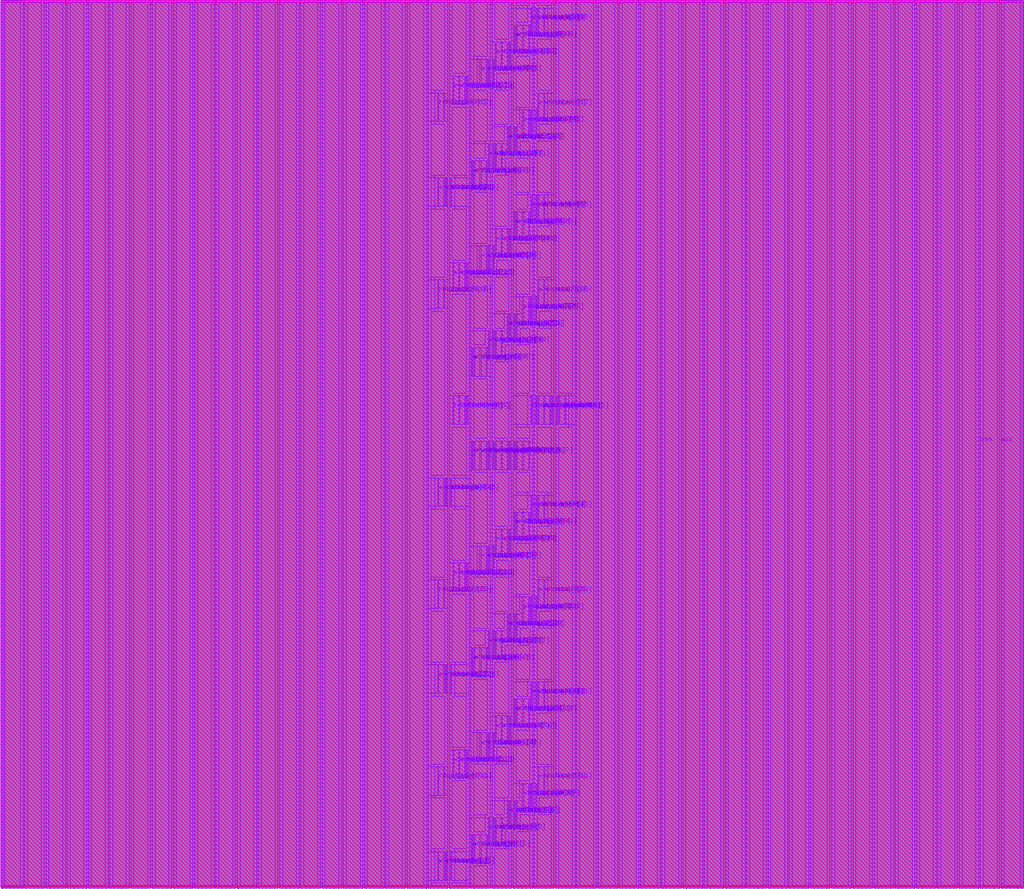
<source format=lef>
VERSION 5.8 ;
BUSBITCHARS "[]" ;
DIVIDERCHAR "/" ;

UNITS
  DATABASE MICRONS 4000 ;
END UNITS

PROPERTYDEFINITIONS
  MACRO hpml_layer STRING ;
  MACRO heml_layer STRING ;
END PROPERTYDEFINITIONS

MACRO arf086b256e1r1w0cbbeheaa4acw
  CLASS BLOCK ;
  FOREIGN arf086b256e1r1w0cbbeheaa4acw ;
  ORIGIN 0 0 ;
  SIZE 43.2 BY 37.44 ;
  PIN ckrdp0
    DIRECTION INPUT ;
    USE SIGNAL ;
    PORT
      LAYER m7 ;
        RECT 22.372 19.56 22.416 20.76 ;
    END
  END ckrdp0
  PIN ckwrp0
    DIRECTION INPUT ;
    USE SIGNAL ;
    PORT
      LAYER m7 ;
        RECT 19.884 17.64 19.928 18.84 ;
    END
  END ckwrp0
  PIN rdaddrp0[0]
    DIRECTION INPUT ;
    USE SIGNAL ;
    PORT
      LAYER m7 ;
        RECT 23.272 19.56 23.316 20.76 ;
    END
  END rdaddrp0[0]
  PIN rdaddrp0[1]
    DIRECTION INPUT ;
    USE SIGNAL ;
    PORT
      LAYER m7 ;
        RECT 23.484 19.56 23.528 20.76 ;
    END
  END rdaddrp0[1]
  PIN rdaddrp0[2]
    DIRECTION INPUT ;
    USE SIGNAL ;
    PORT
      LAYER m7 ;
        RECT 23.572 19.56 23.616 20.76 ;
    END
  END rdaddrp0[2]
  PIN rdaddrp0[3]
    DIRECTION INPUT ;
    USE SIGNAL ;
    PORT
      LAYER m7 ;
        RECT 23.828 19.56 23.872 20.76 ;
    END
  END rdaddrp0[3]
  PIN rdaddrp0[4]
    DIRECTION INPUT ;
    USE SIGNAL ;
    PORT
      LAYER m7 ;
        RECT 19.072 19.56 19.116 20.76 ;
    END
  END rdaddrp0[4]
  PIN rdaddrp0[5]
    DIRECTION INPUT ;
    USE SIGNAL ;
    PORT
      LAYER m7 ;
        RECT 19.328 19.56 19.372 20.76 ;
    END
  END rdaddrp0[5]
  PIN rdaddrp0[6]
    DIRECTION INPUT ;
    USE SIGNAL ;
    PORT
      LAYER m7 ;
        RECT 19.584 19.56 19.628 20.76 ;
    END
  END rdaddrp0[6]
  PIN rdaddrp0[7]
    DIRECTION INPUT ;
    USE SIGNAL ;
    PORT
      LAYER m7 ;
        RECT 19.672 19.56 19.716 20.76 ;
    END
  END rdaddrp0[7]
  PIN rdaddrp0_fd
    DIRECTION INPUT ;
    USE SIGNAL ;
    PORT
      LAYER m7 ;
        RECT 22.584 19.56 22.628 20.76 ;
    END
  END rdaddrp0_fd
  PIN rdaddrp0_rd
    DIRECTION INPUT ;
    USE SIGNAL ;
    PORT
      LAYER m7 ;
        RECT 22.672 19.56 22.716 20.76 ;
    END
  END rdaddrp0_rd
  PIN rdenp0
    DIRECTION INPUT ;
    USE SIGNAL ;
    PORT
      LAYER m7 ;
        RECT 22.928 19.56 22.972 20.76 ;
    END
  END rdenp0
  PIN sdl_initp0
    DIRECTION INPUT ;
    USE SIGNAL ;
    PORT
      LAYER m7 ;
        RECT 23.184 19.56 23.228 20.76 ;
    END
  END sdl_initp0
  PIN wraddrp0[0]
    DIRECTION INPUT ;
    USE SIGNAL ;
    PORT
      LAYER m7 ;
        RECT 20.872 17.64 20.916 18.84 ;
    END
  END wraddrp0[0]
  PIN wraddrp0[1]
    DIRECTION INPUT ;
    USE SIGNAL ;
    PORT
      LAYER m7 ;
        RECT 21.128 17.64 21.172 18.84 ;
    END
  END wraddrp0[1]
  PIN wraddrp0[2]
    DIRECTION INPUT ;
    USE SIGNAL ;
    PORT
      LAYER m7 ;
        RECT 21.384 17.64 21.428 18.84 ;
    END
  END wraddrp0[2]
  PIN wraddrp0[3]
    DIRECTION INPUT ;
    USE SIGNAL ;
    PORT
      LAYER m7 ;
        RECT 21.472 17.64 21.516 18.84 ;
    END
  END wraddrp0[3]
  PIN wraddrp0[4]
    DIRECTION INPUT ;
    USE SIGNAL ;
    PORT
      LAYER m7 ;
        RECT 21.684 17.64 21.728 18.84 ;
    END
  END wraddrp0[4]
  PIN wraddrp0[5]
    DIRECTION INPUT ;
    USE SIGNAL ;
    PORT
      LAYER m7 ;
        RECT 21.772 17.64 21.816 18.84 ;
    END
  END wraddrp0[5]
  PIN wraddrp0[6]
    DIRECTION INPUT ;
    USE SIGNAL ;
    PORT
      LAYER m7 ;
        RECT 22.028 17.64 22.072 18.84 ;
    END
  END wraddrp0[6]
  PIN wraddrp0[7]
    DIRECTION INPUT ;
    USE SIGNAL ;
    PORT
      LAYER m7 ;
        RECT 22.284 17.64 22.328 18.84 ;
    END
  END wraddrp0[7]
  PIN wraddrp0_fd
    DIRECTION INPUT ;
    USE SIGNAL ;
    PORT
      LAYER m7 ;
        RECT 19.972 17.64 20.016 18.84 ;
    END
  END wraddrp0_fd
  PIN wraddrp0_rd
    DIRECTION INPUT ;
    USE SIGNAL ;
    PORT
      LAYER m7 ;
        RECT 20.228 17.64 20.272 18.84 ;
    END
  END wraddrp0_rd
  PIN wrdatap0[0]
    DIRECTION INPUT ;
    USE SIGNAL ;
    PORT
      LAYER m7 ;
        RECT 18.428 0.24 18.472 1.44 ;
    END
  END wrdatap0[0]
  PIN wrdatap0[10]
    DIRECTION INPUT ;
    USE SIGNAL ;
    PORT
      LAYER m7 ;
        RECT 22.672 3.84 22.716 5.04 ;
    END
  END wrdatap0[10]
  PIN wrdatap0[11]
    DIRECTION INPUT ;
    USE SIGNAL ;
    PORT
      LAYER m7 ;
        RECT 22.928 3.84 22.972 5.04 ;
    END
  END wrdatap0[11]
  PIN wrdatap0[12]
    DIRECTION INPUT ;
    USE SIGNAL ;
    PORT
      LAYER m7 ;
        RECT 19.072 4.56 19.116 5.76 ;
    END
  END wrdatap0[12]
  PIN wrdatap0[13]
    DIRECTION INPUT ;
    USE SIGNAL ;
    PORT
      LAYER m7 ;
        RECT 19.328 4.56 19.372 5.76 ;
    END
  END wrdatap0[13]
  PIN wrdatap0[14]
    DIRECTION INPUT ;
    USE SIGNAL ;
    PORT
      LAYER m7 ;
        RECT 20.228 5.28 20.272 6.48 ;
    END
  END wrdatap0[14]
  PIN wrdatap0[15]
    DIRECTION INPUT ;
    USE SIGNAL ;
    PORT
      LAYER m7 ;
        RECT 20.484 5.28 20.528 6.48 ;
    END
  END wrdatap0[15]
  PIN wrdatap0[16]
    DIRECTION INPUT ;
    USE SIGNAL ;
    PORT
      LAYER m7 ;
        RECT 20.872 6 20.916 7.2 ;
    END
  END wrdatap0[16]
  PIN wrdatap0[17]
    DIRECTION INPUT ;
    USE SIGNAL ;
    PORT
      LAYER m7 ;
        RECT 21.128 6 21.172 7.2 ;
    END
  END wrdatap0[17]
  PIN wrdatap0[18]
    DIRECTION INPUT ;
    USE SIGNAL ;
    PORT
      LAYER m7 ;
        RECT 21.684 6.72 21.728 7.92 ;
    END
  END wrdatap0[18]
  PIN wrdatap0[19]
    DIRECTION INPUT ;
    USE SIGNAL ;
    PORT
      LAYER m7 ;
        RECT 21.772 6.72 21.816 7.92 ;
    END
  END wrdatap0[19]
  PIN wrdatap0[1]
    DIRECTION INPUT ;
    USE SIGNAL ;
    PORT
      LAYER m7 ;
        RECT 18.684 0.24 18.728 1.44 ;
    END
  END wrdatap0[1]
  PIN wrdatap0[20]
    DIRECTION INPUT ;
    USE SIGNAL ;
    PORT
      LAYER m7 ;
        RECT 22.372 7.44 22.416 8.64 ;
    END
  END wrdatap0[20]
  PIN wrdatap0[21]
    DIRECTION INPUT ;
    USE SIGNAL ;
    PORT
      LAYER m7 ;
        RECT 22.584 7.44 22.628 8.64 ;
    END
  END wrdatap0[21]
  PIN wrdatap0[22]
    DIRECTION INPUT ;
    USE SIGNAL ;
    PORT
      LAYER m7 ;
        RECT 18.428 8.16 18.472 9.36 ;
    END
  END wrdatap0[22]
  PIN wrdatap0[23]
    DIRECTION INPUT ;
    USE SIGNAL ;
    PORT
      LAYER m7 ;
        RECT 18.684 8.16 18.728 9.36 ;
    END
  END wrdatap0[23]
  PIN wrdatap0[24]
    DIRECTION INPUT ;
    USE SIGNAL ;
    PORT
      LAYER m7 ;
        RECT 19.884 8.88 19.928 10.08 ;
    END
  END wrdatap0[24]
  PIN wrdatap0[25]
    DIRECTION INPUT ;
    USE SIGNAL ;
    PORT
      LAYER m7 ;
        RECT 19.972 8.88 20.016 10.08 ;
    END
  END wrdatap0[25]
  PIN wrdatap0[26]
    DIRECTION INPUT ;
    USE SIGNAL ;
    PORT
      LAYER m7 ;
        RECT 20.572 9.6 20.616 10.8 ;
    END
  END wrdatap0[26]
  PIN wrdatap0[27]
    DIRECTION INPUT ;
    USE SIGNAL ;
    PORT
      LAYER m7 ;
        RECT 20.784 9.6 20.828 10.8 ;
    END
  END wrdatap0[27]
  PIN wrdatap0[28]
    DIRECTION INPUT ;
    USE SIGNAL ;
    PORT
      LAYER m7 ;
        RECT 21.384 10.32 21.428 11.52 ;
    END
  END wrdatap0[28]
  PIN wrdatap0[29]
    DIRECTION INPUT ;
    USE SIGNAL ;
    PORT
      LAYER m7 ;
        RECT 21.472 10.32 21.516 11.52 ;
    END
  END wrdatap0[29]
  PIN wrdatap0[2]
    DIRECTION INPUT ;
    USE SIGNAL ;
    PORT
      LAYER m7 ;
        RECT 19.884 0.96 19.928 2.16 ;
    END
  END wrdatap0[2]
  PIN wrdatap0[30]
    DIRECTION INPUT ;
    USE SIGNAL ;
    PORT
      LAYER m7 ;
        RECT 22.028 11.04 22.072 12.24 ;
    END
  END wrdatap0[30]
  PIN wrdatap0[31]
    DIRECTION INPUT ;
    USE SIGNAL ;
    PORT
      LAYER m7 ;
        RECT 22.284 11.04 22.328 12.24 ;
    END
  END wrdatap0[31]
  PIN wrdatap0[32]
    DIRECTION INPUT ;
    USE SIGNAL ;
    PORT
      LAYER m7 ;
        RECT 22.672 11.76 22.716 12.96 ;
    END
  END wrdatap0[32]
  PIN wrdatap0[33]
    DIRECTION INPUT ;
    USE SIGNAL ;
    PORT
      LAYER m7 ;
        RECT 22.928 11.76 22.972 12.96 ;
    END
  END wrdatap0[33]
  PIN wrdatap0[34]
    DIRECTION INPUT ;
    USE SIGNAL ;
    PORT
      LAYER m7 ;
        RECT 19.072 12.48 19.116 13.68 ;
    END
  END wrdatap0[34]
  PIN wrdatap0[35]
    DIRECTION INPUT ;
    USE SIGNAL ;
    PORT
      LAYER m7 ;
        RECT 19.328 12.48 19.372 13.68 ;
    END
  END wrdatap0[35]
  PIN wrdatap0[36]
    DIRECTION INPUT ;
    USE SIGNAL ;
    PORT
      LAYER m7 ;
        RECT 20.228 13.2 20.272 14.4 ;
    END
  END wrdatap0[36]
  PIN wrdatap0[37]
    DIRECTION INPUT ;
    USE SIGNAL ;
    PORT
      LAYER m7 ;
        RECT 20.484 13.2 20.528 14.4 ;
    END
  END wrdatap0[37]
  PIN wrdatap0[38]
    DIRECTION INPUT ;
    USE SIGNAL ;
    PORT
      LAYER m7 ;
        RECT 20.872 13.92 20.916 15.12 ;
    END
  END wrdatap0[38]
  PIN wrdatap0[39]
    DIRECTION INPUT ;
    USE SIGNAL ;
    PORT
      LAYER m7 ;
        RECT 21.128 13.92 21.172 15.12 ;
    END
  END wrdatap0[39]
  PIN wrdatap0[3]
    DIRECTION INPUT ;
    USE SIGNAL ;
    PORT
      LAYER m7 ;
        RECT 19.972 0.96 20.016 2.16 ;
    END
  END wrdatap0[3]
  PIN wrdatap0[40]
    DIRECTION INPUT ;
    USE SIGNAL ;
    PORT
      LAYER m7 ;
        RECT 21.684 14.64 21.728 15.84 ;
    END
  END wrdatap0[40]
  PIN wrdatap0[41]
    DIRECTION INPUT ;
    USE SIGNAL ;
    PORT
      LAYER m7 ;
        RECT 21.772 14.64 21.816 15.84 ;
    END
  END wrdatap0[41]
  PIN wrdatap0[42]
    DIRECTION INPUT ;
    USE SIGNAL ;
    PORT
      LAYER m7 ;
        RECT 22.372 15.36 22.416 16.56 ;
    END
  END wrdatap0[42]
  PIN wrdatap0[43]
    DIRECTION INPUT ;
    USE SIGNAL ;
    PORT
      LAYER m7 ;
        RECT 22.584 15.36 22.628 16.56 ;
    END
  END wrdatap0[43]
  PIN wrdatap0[44]
    DIRECTION INPUT ;
    USE SIGNAL ;
    PORT
      LAYER m7 ;
        RECT 18.428 16.08 18.472 17.28 ;
    END
  END wrdatap0[44]
  PIN wrdatap0[45]
    DIRECTION INPUT ;
    USE SIGNAL ;
    PORT
      LAYER m7 ;
        RECT 18.684 16.08 18.728 17.28 ;
    END
  END wrdatap0[45]
  PIN wrdatap0[46]
    DIRECTION INPUT ;
    USE SIGNAL ;
    PORT
      LAYER m7 ;
        RECT 19.884 21.6 19.928 22.8 ;
    END
  END wrdatap0[46]
  PIN wrdatap0[47]
    DIRECTION INPUT ;
    USE SIGNAL ;
    PORT
      LAYER m7 ;
        RECT 19.972 21.6 20.016 22.8 ;
    END
  END wrdatap0[47]
  PIN wrdatap0[48]
    DIRECTION INPUT ;
    USE SIGNAL ;
    PORT
      LAYER m7 ;
        RECT 20.572 22.32 20.616 23.52 ;
    END
  END wrdatap0[48]
  PIN wrdatap0[49]
    DIRECTION INPUT ;
    USE SIGNAL ;
    PORT
      LAYER m7 ;
        RECT 20.784 22.32 20.828 23.52 ;
    END
  END wrdatap0[49]
  PIN wrdatap0[4]
    DIRECTION INPUT ;
    USE SIGNAL ;
    PORT
      LAYER m7 ;
        RECT 20.572 1.68 20.616 2.88 ;
    END
  END wrdatap0[4]
  PIN wrdatap0[50]
    DIRECTION INPUT ;
    USE SIGNAL ;
    PORT
      LAYER m7 ;
        RECT 21.384 23.04 21.428 24.24 ;
    END
  END wrdatap0[50]
  PIN wrdatap0[51]
    DIRECTION INPUT ;
    USE SIGNAL ;
    PORT
      LAYER m7 ;
        RECT 21.472 23.04 21.516 24.24 ;
    END
  END wrdatap0[51]
  PIN wrdatap0[52]
    DIRECTION INPUT ;
    USE SIGNAL ;
    PORT
      LAYER m7 ;
        RECT 22.028 23.76 22.072 24.96 ;
    END
  END wrdatap0[52]
  PIN wrdatap0[53]
    DIRECTION INPUT ;
    USE SIGNAL ;
    PORT
      LAYER m7 ;
        RECT 22.284 23.76 22.328 24.96 ;
    END
  END wrdatap0[53]
  PIN wrdatap0[54]
    DIRECTION INPUT ;
    USE SIGNAL ;
    PORT
      LAYER m7 ;
        RECT 22.672 24.48 22.716 25.68 ;
    END
  END wrdatap0[54]
  PIN wrdatap0[55]
    DIRECTION INPUT ;
    USE SIGNAL ;
    PORT
      LAYER m7 ;
        RECT 22.928 24.48 22.972 25.68 ;
    END
  END wrdatap0[55]
  PIN wrdatap0[56]
    DIRECTION INPUT ;
    USE SIGNAL ;
    PORT
      LAYER m7 ;
        RECT 19.072 25.2 19.116 26.4 ;
    END
  END wrdatap0[56]
  PIN wrdatap0[57]
    DIRECTION INPUT ;
    USE SIGNAL ;
    PORT
      LAYER m7 ;
        RECT 19.328 25.2 19.372 26.4 ;
    END
  END wrdatap0[57]
  PIN wrdatap0[58]
    DIRECTION INPUT ;
    USE SIGNAL ;
    PORT
      LAYER m7 ;
        RECT 20.228 25.92 20.272 27.12 ;
    END
  END wrdatap0[58]
  PIN wrdatap0[59]
    DIRECTION INPUT ;
    USE SIGNAL ;
    PORT
      LAYER m7 ;
        RECT 20.484 25.92 20.528 27.12 ;
    END
  END wrdatap0[59]
  PIN wrdatap0[5]
    DIRECTION INPUT ;
    USE SIGNAL ;
    PORT
      LAYER m7 ;
        RECT 20.784 1.68 20.828 2.88 ;
    END
  END wrdatap0[5]
  PIN wrdatap0[60]
    DIRECTION INPUT ;
    USE SIGNAL ;
    PORT
      LAYER m7 ;
        RECT 20.872 26.64 20.916 27.84 ;
    END
  END wrdatap0[60]
  PIN wrdatap0[61]
    DIRECTION INPUT ;
    USE SIGNAL ;
    PORT
      LAYER m7 ;
        RECT 21.128 26.64 21.172 27.84 ;
    END
  END wrdatap0[61]
  PIN wrdatap0[62]
    DIRECTION INPUT ;
    USE SIGNAL ;
    PORT
      LAYER m7 ;
        RECT 21.684 27.36 21.728 28.56 ;
    END
  END wrdatap0[62]
  PIN wrdatap0[63]
    DIRECTION INPUT ;
    USE SIGNAL ;
    PORT
      LAYER m7 ;
        RECT 21.772 27.36 21.816 28.56 ;
    END
  END wrdatap0[63]
  PIN wrdatap0[64]
    DIRECTION INPUT ;
    USE SIGNAL ;
    PORT
      LAYER m7 ;
        RECT 22.372 28.08 22.416 29.28 ;
    END
  END wrdatap0[64]
  PIN wrdatap0[65]
    DIRECTION INPUT ;
    USE SIGNAL ;
    PORT
      LAYER m7 ;
        RECT 22.584 28.08 22.628 29.28 ;
    END
  END wrdatap0[65]
  PIN wrdatap0[66]
    DIRECTION INPUT ;
    USE SIGNAL ;
    PORT
      LAYER m7 ;
        RECT 18.428 28.8 18.472 30 ;
    END
  END wrdatap0[66]
  PIN wrdatap0[67]
    DIRECTION INPUT ;
    USE SIGNAL ;
    PORT
      LAYER m7 ;
        RECT 18.684 28.8 18.728 30 ;
    END
  END wrdatap0[67]
  PIN wrdatap0[68]
    DIRECTION INPUT ;
    USE SIGNAL ;
    PORT
      LAYER m7 ;
        RECT 19.884 29.52 19.928 30.72 ;
    END
  END wrdatap0[68]
  PIN wrdatap0[69]
    DIRECTION INPUT ;
    USE SIGNAL ;
    PORT
      LAYER m7 ;
        RECT 19.972 29.52 20.016 30.72 ;
    END
  END wrdatap0[69]
  PIN wrdatap0[6]
    DIRECTION INPUT ;
    USE SIGNAL ;
    PORT
      LAYER m7 ;
        RECT 21.384 2.4 21.428 3.6 ;
    END
  END wrdatap0[6]
  PIN wrdatap0[70]
    DIRECTION INPUT ;
    USE SIGNAL ;
    PORT
      LAYER m7 ;
        RECT 20.572 30.24 20.616 31.44 ;
    END
  END wrdatap0[70]
  PIN wrdatap0[71]
    DIRECTION INPUT ;
    USE SIGNAL ;
    PORT
      LAYER m7 ;
        RECT 20.784 30.24 20.828 31.44 ;
    END
  END wrdatap0[71]
  PIN wrdatap0[72]
    DIRECTION INPUT ;
    USE SIGNAL ;
    PORT
      LAYER m7 ;
        RECT 21.384 30.96 21.428 32.16 ;
    END
  END wrdatap0[72]
  PIN wrdatap0[73]
    DIRECTION INPUT ;
    USE SIGNAL ;
    PORT
      LAYER m7 ;
        RECT 21.472 30.96 21.516 32.16 ;
    END
  END wrdatap0[73]
  PIN wrdatap0[74]
    DIRECTION INPUT ;
    USE SIGNAL ;
    PORT
      LAYER m7 ;
        RECT 22.028 31.68 22.072 32.88 ;
    END
  END wrdatap0[74]
  PIN wrdatap0[75]
    DIRECTION INPUT ;
    USE SIGNAL ;
    PORT
      LAYER m7 ;
        RECT 22.284 31.68 22.328 32.88 ;
    END
  END wrdatap0[75]
  PIN wrdatap0[76]
    DIRECTION INPUT ;
    USE SIGNAL ;
    PORT
      LAYER m7 ;
        RECT 22.672 32.4 22.716 33.6 ;
    END
  END wrdatap0[76]
  PIN wrdatap0[77]
    DIRECTION INPUT ;
    USE SIGNAL ;
    PORT
      LAYER m7 ;
        RECT 22.928 32.4 22.972 33.6 ;
    END
  END wrdatap0[77]
  PIN wrdatap0[78]
    DIRECTION INPUT ;
    USE SIGNAL ;
    PORT
      LAYER m7 ;
        RECT 19.072 33.12 19.116 34.32 ;
    END
  END wrdatap0[78]
  PIN wrdatap0[79]
    DIRECTION INPUT ;
    USE SIGNAL ;
    PORT
      LAYER m7 ;
        RECT 19.328 33.12 19.372 34.32 ;
    END
  END wrdatap0[79]
  PIN wrdatap0[7]
    DIRECTION INPUT ;
    USE SIGNAL ;
    PORT
      LAYER m7 ;
        RECT 21.472 2.4 21.516 3.6 ;
    END
  END wrdatap0[7]
  PIN wrdatap0[80]
    DIRECTION INPUT ;
    USE SIGNAL ;
    PORT
      LAYER m7 ;
        RECT 20.228 33.84 20.272 35.04 ;
    END
  END wrdatap0[80]
  PIN wrdatap0[81]
    DIRECTION INPUT ;
    USE SIGNAL ;
    PORT
      LAYER m7 ;
        RECT 20.484 33.84 20.528 35.04 ;
    END
  END wrdatap0[81]
  PIN wrdatap0[82]
    DIRECTION INPUT ;
    USE SIGNAL ;
    PORT
      LAYER m7 ;
        RECT 20.872 34.56 20.916 35.76 ;
    END
  END wrdatap0[82]
  PIN wrdatap0[83]
    DIRECTION INPUT ;
    USE SIGNAL ;
    PORT
      LAYER m7 ;
        RECT 21.128 34.56 21.172 35.76 ;
    END
  END wrdatap0[83]
  PIN wrdatap0[84]
    DIRECTION INPUT ;
    USE SIGNAL ;
    PORT
      LAYER m7 ;
        RECT 21.684 35.28 21.728 36.48 ;
    END
  END wrdatap0[84]
  PIN wrdatap0[85]
    DIRECTION INPUT ;
    USE SIGNAL ;
    PORT
      LAYER m7 ;
        RECT 21.772 35.28 21.816 36.48 ;
    END
  END wrdatap0[85]
  PIN wrdatap0[86]
    DIRECTION INPUT ;
    USE SIGNAL ;
    PORT
      LAYER m7 ;
        RECT 22.372 36 22.416 37.2 ;
    END
  END wrdatap0[86]
  PIN wrdatap0[87]
    DIRECTION INPUT ;
    USE SIGNAL ;
    PORT
      LAYER m7 ;
        RECT 22.584 36 22.628 37.2 ;
    END
  END wrdatap0[87]
  PIN wrdatap0[8]
    DIRECTION INPUT ;
    USE SIGNAL ;
    PORT
      LAYER m7 ;
        RECT 22.028 3.12 22.072 4.32 ;
    END
  END wrdatap0[8]
  PIN wrdatap0[9]
    DIRECTION INPUT ;
    USE SIGNAL ;
    PORT
      LAYER m7 ;
        RECT 22.284 3.12 22.328 4.32 ;
    END
  END wrdatap0[9]
  PIN wrdatap0_fd
    DIRECTION INPUT ;
    USE SIGNAL ;
    PORT
      LAYER m7 ;
        RECT 20.572 17.64 20.616 18.84 ;
    END
  END wrdatap0_fd
  PIN wrdatap0_rd
    DIRECTION INPUT ;
    USE SIGNAL ;
    PORT
      LAYER m7 ;
        RECT 20.784 17.64 20.828 18.84 ;
    END
  END wrdatap0_rd
  PIN wrenp0
    DIRECTION INPUT ;
    USE SIGNAL ;
    PORT
      LAYER m7 ;
        RECT 20.484 17.64 20.528 18.84 ;
    END
  END wrenp0
  PIN rddatap0[0]
    DIRECTION OUTPUT ;
    USE SIGNAL ;
    PORT
      LAYER m7 ;
        RECT 18.772 0.24 18.816 1.44 ;
    END
  END rddatap0[0]
  PIN rddatap0[10]
    DIRECTION OUTPUT ;
    USE SIGNAL ;
    PORT
      LAYER m7 ;
        RECT 18.428 3.84 18.472 5.04 ;
    END
  END rddatap0[10]
  PIN rddatap0[11]
    DIRECTION OUTPUT ;
    USE SIGNAL ;
    PORT
      LAYER m7 ;
        RECT 18.684 3.84 18.728 5.04 ;
    END
  END rddatap0[11]
  PIN rddatap0[12]
    DIRECTION OUTPUT ;
    USE SIGNAL ;
    PORT
      LAYER m7 ;
        RECT 19.584 4.56 19.628 5.76 ;
    END
  END rddatap0[12]
  PIN rddatap0[13]
    DIRECTION OUTPUT ;
    USE SIGNAL ;
    PORT
      LAYER m7 ;
        RECT 19.672 4.56 19.716 5.76 ;
    END
  END rddatap0[13]
  PIN rddatap0[14]
    DIRECTION OUTPUT ;
    USE SIGNAL ;
    PORT
      LAYER m7 ;
        RECT 20.572 5.28 20.616 6.48 ;
    END
  END rddatap0[14]
  PIN rddatap0[15]
    DIRECTION OUTPUT ;
    USE SIGNAL ;
    PORT
      LAYER m7 ;
        RECT 20.784 5.28 20.828 6.48 ;
    END
  END rddatap0[15]
  PIN rddatap0[16]
    DIRECTION OUTPUT ;
    USE SIGNAL ;
    PORT
      LAYER m7 ;
        RECT 21.384 6 21.428 7.2 ;
    END
  END rddatap0[16]
  PIN rddatap0[17]
    DIRECTION OUTPUT ;
    USE SIGNAL ;
    PORT
      LAYER m7 ;
        RECT 21.472 6 21.516 7.2 ;
    END
  END rddatap0[17]
  PIN rddatap0[18]
    DIRECTION OUTPUT ;
    USE SIGNAL ;
    PORT
      LAYER m7 ;
        RECT 22.028 6.72 22.072 7.92 ;
    END
  END rddatap0[18]
  PIN rddatap0[19]
    DIRECTION OUTPUT ;
    USE SIGNAL ;
    PORT
      LAYER m7 ;
        RECT 22.284 6.72 22.328 7.92 ;
    END
  END rddatap0[19]
  PIN rddatap0[1]
    DIRECTION OUTPUT ;
    USE SIGNAL ;
    PORT
      LAYER m7 ;
        RECT 18.984 0.24 19.028 1.44 ;
    END
  END rddatap0[1]
  PIN rddatap0[20]
    DIRECTION OUTPUT ;
    USE SIGNAL ;
    PORT
      LAYER m7 ;
        RECT 22.672 7.44 22.716 8.64 ;
    END
  END rddatap0[20]
  PIN rddatap0[21]
    DIRECTION OUTPUT ;
    USE SIGNAL ;
    PORT
      LAYER m7 ;
        RECT 22.928 7.44 22.972 8.64 ;
    END
  END rddatap0[21]
  PIN rddatap0[22]
    DIRECTION OUTPUT ;
    USE SIGNAL ;
    PORT
      LAYER m7 ;
        RECT 18.772 8.16 18.816 9.36 ;
    END
  END rddatap0[22]
  PIN rddatap0[23]
    DIRECTION OUTPUT ;
    USE SIGNAL ;
    PORT
      LAYER m7 ;
        RECT 18.984 8.16 19.028 9.36 ;
    END
  END rddatap0[23]
  PIN rddatap0[24]
    DIRECTION OUTPUT ;
    USE SIGNAL ;
    PORT
      LAYER m7 ;
        RECT 20.228 8.88 20.272 10.08 ;
    END
  END rddatap0[24]
  PIN rddatap0[25]
    DIRECTION OUTPUT ;
    USE SIGNAL ;
    PORT
      LAYER m7 ;
        RECT 20.484 8.88 20.528 10.08 ;
    END
  END rddatap0[25]
  PIN rddatap0[26]
    DIRECTION OUTPUT ;
    USE SIGNAL ;
    PORT
      LAYER m7 ;
        RECT 20.872 9.6 20.916 10.8 ;
    END
  END rddatap0[26]
  PIN rddatap0[27]
    DIRECTION OUTPUT ;
    USE SIGNAL ;
    PORT
      LAYER m7 ;
        RECT 21.128 9.6 21.172 10.8 ;
    END
  END rddatap0[27]
  PIN rddatap0[28]
    DIRECTION OUTPUT ;
    USE SIGNAL ;
    PORT
      LAYER m7 ;
        RECT 21.684 10.32 21.728 11.52 ;
    END
  END rddatap0[28]
  PIN rddatap0[29]
    DIRECTION OUTPUT ;
    USE SIGNAL ;
    PORT
      LAYER m7 ;
        RECT 21.772 10.32 21.816 11.52 ;
    END
  END rddatap0[29]
  PIN rddatap0[2]
    DIRECTION OUTPUT ;
    USE SIGNAL ;
    PORT
      LAYER m7 ;
        RECT 20.228 0.96 20.272 2.16 ;
    END
  END rddatap0[2]
  PIN rddatap0[30]
    DIRECTION OUTPUT ;
    USE SIGNAL ;
    PORT
      LAYER m7 ;
        RECT 22.372 11.04 22.416 12.24 ;
    END
  END rddatap0[30]
  PIN rddatap0[31]
    DIRECTION OUTPUT ;
    USE SIGNAL ;
    PORT
      LAYER m7 ;
        RECT 22.584 11.04 22.628 12.24 ;
    END
  END rddatap0[31]
  PIN rddatap0[32]
    DIRECTION OUTPUT ;
    USE SIGNAL ;
    PORT
      LAYER m7 ;
        RECT 18.428 11.76 18.472 12.96 ;
    END
  END rddatap0[32]
  PIN rddatap0[33]
    DIRECTION OUTPUT ;
    USE SIGNAL ;
    PORT
      LAYER m7 ;
        RECT 18.684 11.76 18.728 12.96 ;
    END
  END rddatap0[33]
  PIN rddatap0[34]
    DIRECTION OUTPUT ;
    USE SIGNAL ;
    PORT
      LAYER m7 ;
        RECT 19.584 12.48 19.628 13.68 ;
    END
  END rddatap0[34]
  PIN rddatap0[35]
    DIRECTION OUTPUT ;
    USE SIGNAL ;
    PORT
      LAYER m7 ;
        RECT 19.672 12.48 19.716 13.68 ;
    END
  END rddatap0[35]
  PIN rddatap0[36]
    DIRECTION OUTPUT ;
    USE SIGNAL ;
    PORT
      LAYER m7 ;
        RECT 20.572 13.2 20.616 14.4 ;
    END
  END rddatap0[36]
  PIN rddatap0[37]
    DIRECTION OUTPUT ;
    USE SIGNAL ;
    PORT
      LAYER m7 ;
        RECT 20.784 13.2 20.828 14.4 ;
    END
  END rddatap0[37]
  PIN rddatap0[38]
    DIRECTION OUTPUT ;
    USE SIGNAL ;
    PORT
      LAYER m7 ;
        RECT 21.384 13.92 21.428 15.12 ;
    END
  END rddatap0[38]
  PIN rddatap0[39]
    DIRECTION OUTPUT ;
    USE SIGNAL ;
    PORT
      LAYER m7 ;
        RECT 21.472 13.92 21.516 15.12 ;
    END
  END rddatap0[39]
  PIN rddatap0[3]
    DIRECTION OUTPUT ;
    USE SIGNAL ;
    PORT
      LAYER m7 ;
        RECT 20.484 0.96 20.528 2.16 ;
    END
  END rddatap0[3]
  PIN rddatap0[40]
    DIRECTION OUTPUT ;
    USE SIGNAL ;
    PORT
      LAYER m7 ;
        RECT 22.028 14.64 22.072 15.84 ;
    END
  END rddatap0[40]
  PIN rddatap0[41]
    DIRECTION OUTPUT ;
    USE SIGNAL ;
    PORT
      LAYER m7 ;
        RECT 22.284 14.64 22.328 15.84 ;
    END
  END rddatap0[41]
  PIN rddatap0[42]
    DIRECTION OUTPUT ;
    USE SIGNAL ;
    PORT
      LAYER m7 ;
        RECT 22.672 15.36 22.716 16.56 ;
    END
  END rddatap0[42]
  PIN rddatap0[43]
    DIRECTION OUTPUT ;
    USE SIGNAL ;
    PORT
      LAYER m7 ;
        RECT 22.928 15.36 22.972 16.56 ;
    END
  END rddatap0[43]
  PIN rddatap0[44]
    DIRECTION OUTPUT ;
    USE SIGNAL ;
    PORT
      LAYER m7 ;
        RECT 18.772 16.08 18.816 17.28 ;
    END
  END rddatap0[44]
  PIN rddatap0[45]
    DIRECTION OUTPUT ;
    USE SIGNAL ;
    PORT
      LAYER m7 ;
        RECT 18.984 16.08 19.028 17.28 ;
    END
  END rddatap0[45]
  PIN rddatap0[46]
    DIRECTION OUTPUT ;
    USE SIGNAL ;
    PORT
      LAYER m7 ;
        RECT 20.228 21.6 20.272 22.8 ;
    END
  END rddatap0[46]
  PIN rddatap0[47]
    DIRECTION OUTPUT ;
    USE SIGNAL ;
    PORT
      LAYER m7 ;
        RECT 20.484 21.6 20.528 22.8 ;
    END
  END rddatap0[47]
  PIN rddatap0[48]
    DIRECTION OUTPUT ;
    USE SIGNAL ;
    PORT
      LAYER m7 ;
        RECT 20.872 22.32 20.916 23.52 ;
    END
  END rddatap0[48]
  PIN rddatap0[49]
    DIRECTION OUTPUT ;
    USE SIGNAL ;
    PORT
      LAYER m7 ;
        RECT 21.128 22.32 21.172 23.52 ;
    END
  END rddatap0[49]
  PIN rddatap0[4]
    DIRECTION OUTPUT ;
    USE SIGNAL ;
    PORT
      LAYER m7 ;
        RECT 20.872 1.68 20.916 2.88 ;
    END
  END rddatap0[4]
  PIN rddatap0[50]
    DIRECTION OUTPUT ;
    USE SIGNAL ;
    PORT
      LAYER m7 ;
        RECT 21.684 23.04 21.728 24.24 ;
    END
  END rddatap0[50]
  PIN rddatap0[51]
    DIRECTION OUTPUT ;
    USE SIGNAL ;
    PORT
      LAYER m7 ;
        RECT 21.772 23.04 21.816 24.24 ;
    END
  END rddatap0[51]
  PIN rddatap0[52]
    DIRECTION OUTPUT ;
    USE SIGNAL ;
    PORT
      LAYER m7 ;
        RECT 22.372 23.76 22.416 24.96 ;
    END
  END rddatap0[52]
  PIN rddatap0[53]
    DIRECTION OUTPUT ;
    USE SIGNAL ;
    PORT
      LAYER m7 ;
        RECT 22.584 23.76 22.628 24.96 ;
    END
  END rddatap0[53]
  PIN rddatap0[54]
    DIRECTION OUTPUT ;
    USE SIGNAL ;
    PORT
      LAYER m7 ;
        RECT 18.428 24.48 18.472 25.68 ;
    END
  END rddatap0[54]
  PIN rddatap0[55]
    DIRECTION OUTPUT ;
    USE SIGNAL ;
    PORT
      LAYER m7 ;
        RECT 18.684 24.48 18.728 25.68 ;
    END
  END rddatap0[55]
  PIN rddatap0[56]
    DIRECTION OUTPUT ;
    USE SIGNAL ;
    PORT
      LAYER m7 ;
        RECT 19.584 25.2 19.628 26.4 ;
    END
  END rddatap0[56]
  PIN rddatap0[57]
    DIRECTION OUTPUT ;
    USE SIGNAL ;
    PORT
      LAYER m7 ;
        RECT 19.672 25.2 19.716 26.4 ;
    END
  END rddatap0[57]
  PIN rddatap0[58]
    DIRECTION OUTPUT ;
    USE SIGNAL ;
    PORT
      LAYER m7 ;
        RECT 20.572 25.92 20.616 27.12 ;
    END
  END rddatap0[58]
  PIN rddatap0[59]
    DIRECTION OUTPUT ;
    USE SIGNAL ;
    PORT
      LAYER m7 ;
        RECT 20.784 25.92 20.828 27.12 ;
    END
  END rddatap0[59]
  PIN rddatap0[5]
    DIRECTION OUTPUT ;
    USE SIGNAL ;
    PORT
      LAYER m7 ;
        RECT 21.128 1.68 21.172 2.88 ;
    END
  END rddatap0[5]
  PIN rddatap0[60]
    DIRECTION OUTPUT ;
    USE SIGNAL ;
    PORT
      LAYER m7 ;
        RECT 21.384 26.64 21.428 27.84 ;
    END
  END rddatap0[60]
  PIN rddatap0[61]
    DIRECTION OUTPUT ;
    USE SIGNAL ;
    PORT
      LAYER m7 ;
        RECT 21.472 26.64 21.516 27.84 ;
    END
  END rddatap0[61]
  PIN rddatap0[62]
    DIRECTION OUTPUT ;
    USE SIGNAL ;
    PORT
      LAYER m7 ;
        RECT 22.028 27.36 22.072 28.56 ;
    END
  END rddatap0[62]
  PIN rddatap0[63]
    DIRECTION OUTPUT ;
    USE SIGNAL ;
    PORT
      LAYER m7 ;
        RECT 22.284 27.36 22.328 28.56 ;
    END
  END rddatap0[63]
  PIN rddatap0[64]
    DIRECTION OUTPUT ;
    USE SIGNAL ;
    PORT
      LAYER m7 ;
        RECT 22.672 28.08 22.716 29.28 ;
    END
  END rddatap0[64]
  PIN rddatap0[65]
    DIRECTION OUTPUT ;
    USE SIGNAL ;
    PORT
      LAYER m7 ;
        RECT 22.928 28.08 22.972 29.28 ;
    END
  END rddatap0[65]
  PIN rddatap0[66]
    DIRECTION OUTPUT ;
    USE SIGNAL ;
    PORT
      LAYER m7 ;
        RECT 18.772 28.8 18.816 30 ;
    END
  END rddatap0[66]
  PIN rddatap0[67]
    DIRECTION OUTPUT ;
    USE SIGNAL ;
    PORT
      LAYER m7 ;
        RECT 18.984 28.8 19.028 30 ;
    END
  END rddatap0[67]
  PIN rddatap0[68]
    DIRECTION OUTPUT ;
    USE SIGNAL ;
    PORT
      LAYER m7 ;
        RECT 20.228 29.52 20.272 30.72 ;
    END
  END rddatap0[68]
  PIN rddatap0[69]
    DIRECTION OUTPUT ;
    USE SIGNAL ;
    PORT
      LAYER m7 ;
        RECT 20.484 29.52 20.528 30.72 ;
    END
  END rddatap0[69]
  PIN rddatap0[6]
    DIRECTION OUTPUT ;
    USE SIGNAL ;
    PORT
      LAYER m7 ;
        RECT 21.684 2.4 21.728 3.6 ;
    END
  END rddatap0[6]
  PIN rddatap0[70]
    DIRECTION OUTPUT ;
    USE SIGNAL ;
    PORT
      LAYER m7 ;
        RECT 20.872 30.24 20.916 31.44 ;
    END
  END rddatap0[70]
  PIN rddatap0[71]
    DIRECTION OUTPUT ;
    USE SIGNAL ;
    PORT
      LAYER m7 ;
        RECT 21.128 30.24 21.172 31.44 ;
    END
  END rddatap0[71]
  PIN rddatap0[72]
    DIRECTION OUTPUT ;
    USE SIGNAL ;
    PORT
      LAYER m7 ;
        RECT 21.684 30.96 21.728 32.16 ;
    END
  END rddatap0[72]
  PIN rddatap0[73]
    DIRECTION OUTPUT ;
    USE SIGNAL ;
    PORT
      LAYER m7 ;
        RECT 21.772 30.96 21.816 32.16 ;
    END
  END rddatap0[73]
  PIN rddatap0[74]
    DIRECTION OUTPUT ;
    USE SIGNAL ;
    PORT
      LAYER m7 ;
        RECT 22.372 31.68 22.416 32.88 ;
    END
  END rddatap0[74]
  PIN rddatap0[75]
    DIRECTION OUTPUT ;
    USE SIGNAL ;
    PORT
      LAYER m7 ;
        RECT 22.584 31.68 22.628 32.88 ;
    END
  END rddatap0[75]
  PIN rddatap0[76]
    DIRECTION OUTPUT ;
    USE SIGNAL ;
    PORT
      LAYER m7 ;
        RECT 18.428 32.4 18.472 33.6 ;
    END
  END rddatap0[76]
  PIN rddatap0[77]
    DIRECTION OUTPUT ;
    USE SIGNAL ;
    PORT
      LAYER m7 ;
        RECT 18.684 32.4 18.728 33.6 ;
    END
  END rddatap0[77]
  PIN rddatap0[78]
    DIRECTION OUTPUT ;
    USE SIGNAL ;
    PORT
      LAYER m7 ;
        RECT 19.584 33.12 19.628 34.32 ;
    END
  END rddatap0[78]
  PIN rddatap0[79]
    DIRECTION OUTPUT ;
    USE SIGNAL ;
    PORT
      LAYER m7 ;
        RECT 19.672 33.12 19.716 34.32 ;
    END
  END rddatap0[79]
  PIN rddatap0[7]
    DIRECTION OUTPUT ;
    USE SIGNAL ;
    PORT
      LAYER m7 ;
        RECT 21.772 2.4 21.816 3.6 ;
    END
  END rddatap0[7]
  PIN rddatap0[80]
    DIRECTION OUTPUT ;
    USE SIGNAL ;
    PORT
      LAYER m7 ;
        RECT 20.572 33.84 20.616 35.04 ;
    END
  END rddatap0[80]
  PIN rddatap0[81]
    DIRECTION OUTPUT ;
    USE SIGNAL ;
    PORT
      LAYER m7 ;
        RECT 20.784 33.84 20.828 35.04 ;
    END
  END rddatap0[81]
  PIN rddatap0[82]
    DIRECTION OUTPUT ;
    USE SIGNAL ;
    PORT
      LAYER m7 ;
        RECT 21.384 34.56 21.428 35.76 ;
    END
  END rddatap0[82]
  PIN rddatap0[83]
    DIRECTION OUTPUT ;
    USE SIGNAL ;
    PORT
      LAYER m7 ;
        RECT 21.472 34.56 21.516 35.76 ;
    END
  END rddatap0[83]
  PIN rddatap0[84]
    DIRECTION OUTPUT ;
    USE SIGNAL ;
    PORT
      LAYER m7 ;
        RECT 22.028 35.28 22.072 36.48 ;
    END
  END rddatap0[84]
  PIN rddatap0[85]
    DIRECTION OUTPUT ;
    USE SIGNAL ;
    PORT
      LAYER m7 ;
        RECT 22.284 35.28 22.328 36.48 ;
    END
  END rddatap0[85]
  PIN rddatap0[86]
    DIRECTION OUTPUT ;
    USE SIGNAL ;
    PORT
      LAYER m7 ;
        RECT 22.672 36 22.716 37.2 ;
    END
  END rddatap0[86]
  PIN rddatap0[87]
    DIRECTION OUTPUT ;
    USE SIGNAL ;
    PORT
      LAYER m7 ;
        RECT 22.928 36 22.972 37.2 ;
    END
  END rddatap0[87]
  PIN rddatap0[8]
    DIRECTION OUTPUT ;
    USE SIGNAL ;
    PORT
      LAYER m7 ;
        RECT 22.372 3.12 22.416 4.32 ;
    END
  END rddatap0[8]
  PIN rddatap0[9]
    DIRECTION OUTPUT ;
    USE SIGNAL ;
    PORT
      LAYER m7 ;
        RECT 22.584 3.12 22.628 4.32 ;
    END
  END rddatap0[9]
  PIN vcc
    DIRECTION INPUT ;
    USE POWER ;
    PORT
      LAYER m7 ;
        RECT 0.862 0.06 0.938 37.38 ;
        RECT 2.662 0.06 2.738 37.38 ;
        RECT 4.462 0.06 4.538 37.38 ;
        RECT 6.262 0.06 6.338 37.38 ;
        RECT 8.062 0.06 8.138 37.38 ;
        RECT 9.862 0.06 9.938 37.38 ;
        RECT 11.662 0.06 11.738 37.38 ;
        RECT 13.462 0.06 13.538 37.38 ;
        RECT 15.262 0.06 15.338 37.38 ;
        RECT 17.062 0.06 17.138 37.38 ;
        RECT 18.862 0.06 18.938 37.38 ;
        RECT 20.662 0.06 20.738 37.38 ;
        RECT 22.462 0.06 22.538 37.38 ;
        RECT 24.262 0.06 24.338 37.38 ;
        RECT 26.062 0.06 26.138 37.38 ;
        RECT 27.862 0.06 27.938 37.38 ;
        RECT 29.662 0.06 29.738 37.38 ;
        RECT 31.462 0.06 31.538 37.38 ;
        RECT 33.262 0.06 33.338 37.38 ;
        RECT 35.062 0.06 35.138 37.38 ;
        RECT 36.862 0.06 36.938 37.38 ;
        RECT 38.662 0.06 38.738 37.38 ;
        RECT 40.462 0.06 40.538 37.38 ;
        RECT 42.262 0.06 42.338 37.38 ;
    END
  END vcc
  PIN vss
    DIRECTION INOUT ;
    USE GROUND ;
    PORT
      LAYER m7 ;
        RECT 1.762 0.06 1.838 37.38 ;
        RECT 3.562 0.06 3.638 37.38 ;
        RECT 5.362 0.06 5.438 37.38 ;
        RECT 7.162 0.06 7.238 37.38 ;
        RECT 8.962 0.06 9.038 37.38 ;
        RECT 10.762 0.06 10.838 37.38 ;
        RECT 12.562 0.06 12.638 37.38 ;
        RECT 14.362 0.06 14.438 37.38 ;
        RECT 16.162 0.06 16.238 37.38 ;
        RECT 17.962 0.06 18.038 37.38 ;
        RECT 19.762 0.06 19.838 37.38 ;
        RECT 21.562 0.06 21.638 37.38 ;
        RECT 23.362 0.06 23.438 37.38 ;
        RECT 25.162 0.06 25.238 37.38 ;
        RECT 26.962 0.06 27.038 37.38 ;
        RECT 28.762 0.06 28.838 37.38 ;
        RECT 30.562 0.06 30.638 37.38 ;
        RECT 32.362 0.06 32.438 37.38 ;
        RECT 34.162 0.06 34.238 37.38 ;
        RECT 35.962 0.06 36.038 37.38 ;
        RECT 37.762 0.06 37.838 37.38 ;
        RECT 39.562 0.06 39.638 37.38 ;
        RECT 41.362 0.06 41.438 37.38 ;
    END
  END vss
  OBS
    LAYER m0 SPACING 0 ;
      RECT -0.016 -0.014 43.216 37.454 ;
    LAYER m1 SPACING 0 ;
      RECT -0.02 -0.02 43.22 37.46 ;
    LAYER m2 SPACING 0 ;
      RECT -0.0705 -0.038 43.2705 37.478 ;
    LAYER m3 SPACING 0 ;
      RECT -0.035 -0.07 43.235 37.51 ;
    LAYER m4 SPACING 0 ;
      RECT -0.07 -0.038 43.27 37.478 ;
    LAYER m5 SPACING 0 ;
      RECT -0.059 -0.09 43.259 37.53 ;
    LAYER m6 SPACING 0 ;
      RECT -0.09 -0.062 43.29 37.502 ;
    LAYER m7 SPACING 0 ;
      RECT 42.338 37.5 43.24 37.56 ;
      RECT 42.338 -0.06 43.292 37.5 ;
      RECT 42.338 -0.12 43.24 -0.06 ;
      RECT 41.438 -0.12 42.262 37.56 ;
      RECT 40.538 -0.12 41.362 37.56 ;
      RECT 39.638 -0.12 40.462 37.56 ;
      RECT 38.738 -0.12 39.562 37.56 ;
      RECT 37.838 -0.12 38.662 37.56 ;
      RECT 36.938 -0.12 37.762 37.56 ;
      RECT 36.038 -0.12 36.862 37.56 ;
      RECT 35.138 -0.12 35.962 37.56 ;
      RECT 34.238 -0.12 35.062 37.56 ;
      RECT 33.338 -0.12 34.162 37.56 ;
      RECT 32.438 -0.12 33.262 37.56 ;
      RECT 31.538 -0.12 32.362 37.56 ;
      RECT 30.638 -0.12 31.462 37.56 ;
      RECT 29.738 -0.12 30.562 37.56 ;
      RECT 28.838 -0.12 29.662 37.56 ;
      RECT 27.938 -0.12 28.762 37.56 ;
      RECT 27.038 -0.12 27.862 37.56 ;
      RECT 26.138 -0.12 26.962 37.56 ;
      RECT 25.238 -0.12 26.062 37.56 ;
      RECT 24.338 -0.12 25.162 37.56 ;
      RECT 23.438 20.76 24.262 37.56 ;
      RECT 23.438 19.56 23.484 20.76 ;
      RECT 23.528 19.56 23.572 20.76 ;
      RECT 23.616 19.56 23.828 20.76 ;
      RECT 23.872 19.56 24.262 20.76 ;
      RECT 23.438 -0.12 24.262 19.56 ;
      RECT 22.538 37.2 23.362 37.56 ;
      RECT 22.538 36 22.584 37.2 ;
      RECT 22.628 36 22.672 37.2 ;
      RECT 22.716 36 22.928 37.2 ;
      RECT 22.972 36 23.362 37.2 ;
      RECT 22.538 33.6 23.362 36 ;
      RECT 22.538 32.88 22.672 33.6 ;
      RECT 22.716 32.4 22.928 33.6 ;
      RECT 22.972 32.4 23.362 33.6 ;
      RECT 22.628 32.4 22.672 32.88 ;
      RECT 22.538 31.68 22.584 32.88 ;
      RECT 22.628 31.68 23.362 32.4 ;
      RECT 22.538 29.28 23.362 31.68 ;
      RECT 22.538 28.08 22.584 29.28 ;
      RECT 22.628 28.08 22.672 29.28 ;
      RECT 22.716 28.08 22.928 29.28 ;
      RECT 22.972 28.08 23.362 29.28 ;
      RECT 22.538 25.68 23.362 28.08 ;
      RECT 22.538 24.96 22.672 25.68 ;
      RECT 22.716 24.48 22.928 25.68 ;
      RECT 22.972 24.48 23.362 25.68 ;
      RECT 22.628 24.48 22.672 24.96 ;
      RECT 22.538 23.76 22.584 24.96 ;
      RECT 22.628 23.76 23.362 24.48 ;
      RECT 22.538 20.76 23.362 23.76 ;
      RECT 22.538 19.56 22.584 20.76 ;
      RECT 22.628 19.56 22.672 20.76 ;
      RECT 22.716 19.56 22.928 20.76 ;
      RECT 22.972 19.56 23.184 20.76 ;
      RECT 23.228 19.56 23.272 20.76 ;
      RECT 23.316 19.56 23.362 20.76 ;
      RECT 22.538 16.56 23.362 19.56 ;
      RECT 22.538 15.36 22.584 16.56 ;
      RECT 22.628 15.36 22.672 16.56 ;
      RECT 22.716 15.36 22.928 16.56 ;
      RECT 22.972 15.36 23.362 16.56 ;
      RECT 22.538 12.96 23.362 15.36 ;
      RECT 22.538 12.24 22.672 12.96 ;
      RECT 22.716 11.76 22.928 12.96 ;
      RECT 22.972 11.76 23.362 12.96 ;
      RECT 22.628 11.76 22.672 12.24 ;
      RECT 22.538 11.04 22.584 12.24 ;
      RECT 22.628 11.04 23.362 11.76 ;
      RECT 22.538 8.64 23.362 11.04 ;
      RECT 22.538 7.44 22.584 8.64 ;
      RECT 22.628 7.44 22.672 8.64 ;
      RECT 22.716 7.44 22.928 8.64 ;
      RECT 22.972 7.44 23.362 8.64 ;
      RECT 22.538 5.04 23.362 7.44 ;
      RECT 22.538 4.32 22.672 5.04 ;
      RECT 22.716 3.84 22.928 5.04 ;
      RECT 22.972 3.84 23.362 5.04 ;
      RECT 22.628 3.84 22.672 4.32 ;
      RECT 22.538 3.12 22.584 4.32 ;
      RECT 22.628 3.12 23.362 3.84 ;
      RECT 22.538 -0.12 23.362 3.12 ;
      RECT 21.638 37.2 22.462 37.56 ;
      RECT 21.638 36.48 22.372 37.2 ;
      RECT 22.416 36 22.462 37.2 ;
      RECT 22.328 36 22.372 36.48 ;
      RECT 21.638 35.28 21.684 36.48 ;
      RECT 21.728 35.28 21.772 36.48 ;
      RECT 21.816 35.28 22.028 36.48 ;
      RECT 22.072 35.28 22.284 36.48 ;
      RECT 22.328 35.28 22.462 36 ;
      RECT 21.638 32.88 22.462 35.28 ;
      RECT 21.638 32.16 22.028 32.88 ;
      RECT 22.072 31.68 22.284 32.88 ;
      RECT 22.328 31.68 22.372 32.88 ;
      RECT 22.416 31.68 22.462 32.88 ;
      RECT 21.816 31.68 22.028 32.16 ;
      RECT 21.638 30.96 21.684 32.16 ;
      RECT 21.728 30.96 21.772 32.16 ;
      RECT 21.816 30.96 22.462 31.68 ;
      RECT 21.638 29.28 22.462 30.96 ;
      RECT 21.638 28.56 22.372 29.28 ;
      RECT 22.416 28.08 22.462 29.28 ;
      RECT 22.328 28.08 22.372 28.56 ;
      RECT 21.638 27.36 21.684 28.56 ;
      RECT 21.728 27.36 21.772 28.56 ;
      RECT 21.816 27.36 22.028 28.56 ;
      RECT 22.072 27.36 22.284 28.56 ;
      RECT 22.328 27.36 22.462 28.08 ;
      RECT 21.638 24.96 22.462 27.36 ;
      RECT 21.638 24.24 22.028 24.96 ;
      RECT 22.072 23.76 22.284 24.96 ;
      RECT 22.328 23.76 22.372 24.96 ;
      RECT 22.416 23.76 22.462 24.96 ;
      RECT 21.816 23.76 22.028 24.24 ;
      RECT 21.638 23.04 21.684 24.24 ;
      RECT 21.728 23.04 21.772 24.24 ;
      RECT 21.816 23.04 22.462 23.76 ;
      RECT 21.638 20.76 22.462 23.04 ;
      RECT 21.638 19.56 22.372 20.76 ;
      RECT 22.416 19.56 22.462 20.76 ;
      RECT 21.638 18.84 22.462 19.56 ;
      RECT 21.638 17.64 21.684 18.84 ;
      RECT 21.728 17.64 21.772 18.84 ;
      RECT 21.816 17.64 22.028 18.84 ;
      RECT 22.072 17.64 22.284 18.84 ;
      RECT 22.328 17.64 22.462 18.84 ;
      RECT 21.638 16.56 22.462 17.64 ;
      RECT 21.638 15.84 22.372 16.56 ;
      RECT 22.416 15.36 22.462 16.56 ;
      RECT 22.328 15.36 22.372 15.84 ;
      RECT 21.638 14.64 21.684 15.84 ;
      RECT 21.728 14.64 21.772 15.84 ;
      RECT 21.816 14.64 22.028 15.84 ;
      RECT 22.072 14.64 22.284 15.84 ;
      RECT 22.328 14.64 22.462 15.36 ;
      RECT 21.638 12.24 22.462 14.64 ;
      RECT 21.638 11.52 22.028 12.24 ;
      RECT 22.072 11.04 22.284 12.24 ;
      RECT 22.328 11.04 22.372 12.24 ;
      RECT 22.416 11.04 22.462 12.24 ;
      RECT 21.816 11.04 22.028 11.52 ;
      RECT 21.638 10.32 21.684 11.52 ;
      RECT 21.728 10.32 21.772 11.52 ;
      RECT 21.816 10.32 22.462 11.04 ;
      RECT 21.638 8.64 22.462 10.32 ;
      RECT 21.638 7.92 22.372 8.64 ;
      RECT 22.416 7.44 22.462 8.64 ;
      RECT 22.328 7.44 22.372 7.92 ;
      RECT 21.638 6.72 21.684 7.92 ;
      RECT 21.728 6.72 21.772 7.92 ;
      RECT 21.816 6.72 22.028 7.92 ;
      RECT 22.072 6.72 22.284 7.92 ;
      RECT 22.328 6.72 22.462 7.44 ;
      RECT 21.638 4.32 22.462 6.72 ;
      RECT 21.638 3.6 22.028 4.32 ;
      RECT 22.072 3.12 22.284 4.32 ;
      RECT 22.328 3.12 22.372 4.32 ;
      RECT 22.416 3.12 22.462 4.32 ;
      RECT 21.816 3.12 22.028 3.6 ;
      RECT 21.638 2.4 21.684 3.6 ;
      RECT 21.728 2.4 21.772 3.6 ;
      RECT 21.816 2.4 22.462 3.12 ;
      RECT 21.638 -0.12 22.462 2.4 ;
      RECT 20.738 35.76 21.562 37.56 ;
      RECT 20.738 35.04 20.872 35.76 ;
      RECT 20.916 34.56 21.128 35.76 ;
      RECT 21.172 34.56 21.384 35.76 ;
      RECT 21.428 34.56 21.472 35.76 ;
      RECT 21.516 34.56 21.562 35.76 ;
      RECT 20.828 34.56 20.872 35.04 ;
      RECT 20.738 33.84 20.784 35.04 ;
      RECT 20.828 33.84 21.562 34.56 ;
      RECT 20.738 32.16 21.562 33.84 ;
      RECT 20.738 31.44 21.384 32.16 ;
      RECT 21.428 30.96 21.472 32.16 ;
      RECT 21.516 30.96 21.562 32.16 ;
      RECT 21.172 30.96 21.384 31.44 ;
      RECT 20.738 30.24 20.784 31.44 ;
      RECT 20.828 30.24 20.872 31.44 ;
      RECT 20.916 30.24 21.128 31.44 ;
      RECT 21.172 30.24 21.562 30.96 ;
      RECT 20.738 27.84 21.562 30.24 ;
      RECT 20.738 27.12 20.872 27.84 ;
      RECT 20.916 26.64 21.128 27.84 ;
      RECT 21.172 26.64 21.384 27.84 ;
      RECT 21.428 26.64 21.472 27.84 ;
      RECT 21.516 26.64 21.562 27.84 ;
      RECT 20.828 26.64 20.872 27.12 ;
      RECT 20.738 25.92 20.784 27.12 ;
      RECT 20.828 25.92 21.562 26.64 ;
      RECT 20.738 24.24 21.562 25.92 ;
      RECT 20.738 23.52 21.384 24.24 ;
      RECT 21.428 23.04 21.472 24.24 ;
      RECT 21.516 23.04 21.562 24.24 ;
      RECT 21.172 23.04 21.384 23.52 ;
      RECT 20.738 22.32 20.784 23.52 ;
      RECT 20.828 22.32 20.872 23.52 ;
      RECT 20.916 22.32 21.128 23.52 ;
      RECT 21.172 22.32 21.562 23.04 ;
      RECT 20.738 18.84 21.562 22.32 ;
      RECT 20.738 17.64 20.784 18.84 ;
      RECT 20.828 17.64 20.872 18.84 ;
      RECT 20.916 17.64 21.128 18.84 ;
      RECT 21.172 17.64 21.384 18.84 ;
      RECT 21.428 17.64 21.472 18.84 ;
      RECT 21.516 17.64 21.562 18.84 ;
      RECT 20.738 15.12 21.562 17.64 ;
      RECT 20.738 14.4 20.872 15.12 ;
      RECT 20.916 13.92 21.128 15.12 ;
      RECT 21.172 13.92 21.384 15.12 ;
      RECT 21.428 13.92 21.472 15.12 ;
      RECT 21.516 13.92 21.562 15.12 ;
      RECT 20.828 13.92 20.872 14.4 ;
      RECT 20.738 13.2 20.784 14.4 ;
      RECT 20.828 13.2 21.562 13.92 ;
      RECT 20.738 11.52 21.562 13.2 ;
      RECT 20.738 10.8 21.384 11.52 ;
      RECT 21.428 10.32 21.472 11.52 ;
      RECT 21.516 10.32 21.562 11.52 ;
      RECT 21.172 10.32 21.384 10.8 ;
      RECT 20.738 9.6 20.784 10.8 ;
      RECT 20.828 9.6 20.872 10.8 ;
      RECT 20.916 9.6 21.128 10.8 ;
      RECT 21.172 9.6 21.562 10.32 ;
      RECT 20.738 7.2 21.562 9.6 ;
      RECT 20.738 6.48 20.872 7.2 ;
      RECT 20.916 6 21.128 7.2 ;
      RECT 21.172 6 21.384 7.2 ;
      RECT 21.428 6 21.472 7.2 ;
      RECT 21.516 6 21.562 7.2 ;
      RECT 20.828 6 20.872 6.48 ;
      RECT 20.738 5.28 20.784 6.48 ;
      RECT 20.828 5.28 21.562 6 ;
      RECT 20.738 3.6 21.562 5.28 ;
      RECT 20.738 2.88 21.384 3.6 ;
      RECT 21.428 2.4 21.472 3.6 ;
      RECT 21.516 2.4 21.562 3.6 ;
      RECT 21.172 2.4 21.384 2.88 ;
      RECT 20.738 1.68 20.784 2.88 ;
      RECT 20.828 1.68 20.872 2.88 ;
      RECT 20.916 1.68 21.128 2.88 ;
      RECT 21.172 1.68 21.562 2.4 ;
      RECT 20.738 -0.12 21.562 1.68 ;
      RECT 19.838 35.04 20.662 37.56 ;
      RECT 19.838 33.84 20.228 35.04 ;
      RECT 20.272 33.84 20.484 35.04 ;
      RECT 20.528 33.84 20.572 35.04 ;
      RECT 20.616 33.84 20.662 35.04 ;
      RECT 19.838 31.44 20.662 33.84 ;
      RECT 19.838 30.72 20.572 31.44 ;
      RECT 20.616 30.24 20.662 31.44 ;
      RECT 20.528 30.24 20.572 30.72 ;
      RECT 19.838 29.52 19.884 30.72 ;
      RECT 19.928 29.52 19.972 30.72 ;
      RECT 20.016 29.52 20.228 30.72 ;
      RECT 20.272 29.52 20.484 30.72 ;
      RECT 20.528 29.52 20.662 30.24 ;
      RECT 19.838 27.12 20.662 29.52 ;
      RECT 19.838 25.92 20.228 27.12 ;
      RECT 20.272 25.92 20.484 27.12 ;
      RECT 20.528 25.92 20.572 27.12 ;
      RECT 20.616 25.92 20.662 27.12 ;
      RECT 19.838 23.52 20.662 25.92 ;
      RECT 19.838 22.8 20.572 23.52 ;
      RECT 20.616 22.32 20.662 23.52 ;
      RECT 20.528 22.32 20.572 22.8 ;
      RECT 19.838 21.6 19.884 22.8 ;
      RECT 19.928 21.6 19.972 22.8 ;
      RECT 20.016 21.6 20.228 22.8 ;
      RECT 20.272 21.6 20.484 22.8 ;
      RECT 20.528 21.6 20.662 22.32 ;
      RECT 19.838 18.84 20.662 21.6 ;
      RECT 19.838 17.64 19.884 18.84 ;
      RECT 19.928 17.64 19.972 18.84 ;
      RECT 20.016 17.64 20.228 18.84 ;
      RECT 20.272 17.64 20.484 18.84 ;
      RECT 20.528 17.64 20.572 18.84 ;
      RECT 20.616 17.64 20.662 18.84 ;
      RECT 19.838 14.4 20.662 17.64 ;
      RECT 19.838 13.2 20.228 14.4 ;
      RECT 20.272 13.2 20.484 14.4 ;
      RECT 20.528 13.2 20.572 14.4 ;
      RECT 20.616 13.2 20.662 14.4 ;
      RECT 19.838 10.8 20.662 13.2 ;
      RECT 19.838 10.08 20.572 10.8 ;
      RECT 20.616 9.6 20.662 10.8 ;
      RECT 20.528 9.6 20.572 10.08 ;
      RECT 19.838 8.88 19.884 10.08 ;
      RECT 19.928 8.88 19.972 10.08 ;
      RECT 20.016 8.88 20.228 10.08 ;
      RECT 20.272 8.88 20.484 10.08 ;
      RECT 20.528 8.88 20.662 9.6 ;
      RECT 19.838 6.48 20.662 8.88 ;
      RECT 19.838 5.28 20.228 6.48 ;
      RECT 20.272 5.28 20.484 6.48 ;
      RECT 20.528 5.28 20.572 6.48 ;
      RECT 20.616 5.28 20.662 6.48 ;
      RECT 19.838 2.88 20.662 5.28 ;
      RECT 19.838 2.16 20.572 2.88 ;
      RECT 20.616 1.68 20.662 2.88 ;
      RECT 20.528 1.68 20.572 2.16 ;
      RECT 19.838 0.96 19.884 2.16 ;
      RECT 19.928 0.96 19.972 2.16 ;
      RECT 20.016 0.96 20.228 2.16 ;
      RECT 20.272 0.96 20.484 2.16 ;
      RECT 20.528 0.96 20.662 1.68 ;
      RECT 19.838 -0.12 20.662 0.96 ;
      RECT 18.938 34.32 19.762 37.56 ;
      RECT 18.938 33.12 19.072 34.32 ;
      RECT 19.116 33.12 19.328 34.32 ;
      RECT 19.372 33.12 19.584 34.32 ;
      RECT 19.628 33.12 19.672 34.32 ;
      RECT 19.716 33.12 19.762 34.32 ;
      RECT 18.938 30 19.762 33.12 ;
      RECT 18.938 28.8 18.984 30 ;
      RECT 19.028 28.8 19.762 30 ;
      RECT 18.938 26.4 19.762 28.8 ;
      RECT 18.938 25.2 19.072 26.4 ;
      RECT 19.116 25.2 19.328 26.4 ;
      RECT 19.372 25.2 19.584 26.4 ;
      RECT 19.628 25.2 19.672 26.4 ;
      RECT 19.716 25.2 19.762 26.4 ;
      RECT 18.938 20.76 19.762 25.2 ;
      RECT 18.938 19.56 19.072 20.76 ;
      RECT 19.116 19.56 19.328 20.76 ;
      RECT 19.372 19.56 19.584 20.76 ;
      RECT 19.628 19.56 19.672 20.76 ;
      RECT 19.716 19.56 19.762 20.76 ;
      RECT 18.938 17.28 19.762 19.56 ;
      RECT 18.938 16.08 18.984 17.28 ;
      RECT 19.028 16.08 19.762 17.28 ;
      RECT 18.938 13.68 19.762 16.08 ;
      RECT 18.938 12.48 19.072 13.68 ;
      RECT 19.116 12.48 19.328 13.68 ;
      RECT 19.372 12.48 19.584 13.68 ;
      RECT 19.628 12.48 19.672 13.68 ;
      RECT 19.716 12.48 19.762 13.68 ;
      RECT 18.938 9.36 19.762 12.48 ;
      RECT 18.938 8.16 18.984 9.36 ;
      RECT 19.028 8.16 19.762 9.36 ;
      RECT 18.938 5.76 19.762 8.16 ;
      RECT 18.938 4.56 19.072 5.76 ;
      RECT 19.116 4.56 19.328 5.76 ;
      RECT 19.372 4.56 19.584 5.76 ;
      RECT 19.628 4.56 19.672 5.76 ;
      RECT 19.716 4.56 19.762 5.76 ;
      RECT 18.938 1.44 19.762 4.56 ;
      RECT 18.938 0.24 18.984 1.44 ;
      RECT 19.028 0.24 19.762 1.44 ;
      RECT 18.938 -0.12 19.762 0.24 ;
      RECT 18.038 33.6 18.862 37.56 ;
      RECT 18.038 32.4 18.428 33.6 ;
      RECT 18.472 32.4 18.684 33.6 ;
      RECT 18.728 32.4 18.862 33.6 ;
      RECT 18.038 30 18.862 32.4 ;
      RECT 18.038 28.8 18.428 30 ;
      RECT 18.472 28.8 18.684 30 ;
      RECT 18.728 28.8 18.772 30 ;
      RECT 18.816 28.8 18.862 30 ;
      RECT 18.038 25.68 18.862 28.8 ;
      RECT 18.038 24.48 18.428 25.68 ;
      RECT 18.472 24.48 18.684 25.68 ;
      RECT 18.728 24.48 18.862 25.68 ;
      RECT 18.038 17.28 18.862 24.48 ;
      RECT 18.038 16.08 18.428 17.28 ;
      RECT 18.472 16.08 18.684 17.28 ;
      RECT 18.728 16.08 18.772 17.28 ;
      RECT 18.816 16.08 18.862 17.28 ;
      RECT 18.038 12.96 18.862 16.08 ;
      RECT 18.038 11.76 18.428 12.96 ;
      RECT 18.472 11.76 18.684 12.96 ;
      RECT 18.728 11.76 18.862 12.96 ;
      RECT 18.038 9.36 18.862 11.76 ;
      RECT 18.038 8.16 18.428 9.36 ;
      RECT 18.472 8.16 18.684 9.36 ;
      RECT 18.728 8.16 18.772 9.36 ;
      RECT 18.816 8.16 18.862 9.36 ;
      RECT 18.038 5.04 18.862 8.16 ;
      RECT 18.038 3.84 18.428 5.04 ;
      RECT 18.472 3.84 18.684 5.04 ;
      RECT 18.728 3.84 18.862 5.04 ;
      RECT 18.038 1.44 18.862 3.84 ;
      RECT 18.038 0.24 18.428 1.44 ;
      RECT 18.472 0.24 18.684 1.44 ;
      RECT 18.728 0.24 18.772 1.44 ;
      RECT 18.816 0.24 18.862 1.44 ;
      RECT 18.038 -0.12 18.862 0.24 ;
      RECT 17.138 -0.12 17.962 37.56 ;
      RECT 16.238 -0.12 17.062 37.56 ;
      RECT 15.338 -0.12 16.162 37.56 ;
      RECT 14.438 -0.12 15.262 37.56 ;
      RECT 13.538 -0.12 14.362 37.56 ;
      RECT 12.638 -0.12 13.462 37.56 ;
      RECT 11.738 -0.12 12.562 37.56 ;
      RECT 10.838 -0.12 11.662 37.56 ;
      RECT 9.938 -0.12 10.762 37.56 ;
      RECT 9.038 -0.12 9.862 37.56 ;
      RECT 8.138 -0.12 8.962 37.56 ;
      RECT 7.238 -0.12 8.062 37.56 ;
      RECT 6.338 -0.12 7.162 37.56 ;
      RECT 5.438 -0.12 6.262 37.56 ;
      RECT 4.538 -0.12 5.362 37.56 ;
      RECT 3.638 -0.12 4.462 37.56 ;
      RECT 2.738 -0.12 3.562 37.56 ;
      RECT 1.838 -0.12 2.662 37.56 ;
      RECT 0.938 -0.12 1.762 37.56 ;
      RECT -0.04 37.5 0.862 37.56 ;
      RECT -0.092 -0.06 0.862 37.5 ;
      RECT -0.04 -0.12 0.862 -0.06 ;
    LAYER m7 ;
      RECT 42.458 0 43.12 37.44 ;
      RECT 41.558 0 42.142 37.44 ;
      RECT 40.658 0 41.242 37.44 ;
      RECT 39.758 0 40.342 37.44 ;
      RECT 38.858 0 39.442 37.44 ;
      RECT 37.958 0 38.542 37.44 ;
      RECT 37.058 0 37.642 37.44 ;
      RECT 36.158 0 36.742 37.44 ;
      RECT 35.258 0 35.842 37.44 ;
      RECT 34.358 0 34.942 37.44 ;
      RECT 33.458 0 34.042 37.44 ;
      RECT 32.558 0 33.142 37.44 ;
      RECT 31.658 0 32.242 37.44 ;
      RECT 30.758 0 31.342 37.44 ;
      RECT 29.858 0 30.442 37.44 ;
      RECT 28.958 0 29.542 37.44 ;
      RECT 28.058 0 28.642 37.44 ;
      RECT 27.158 0 27.742 37.44 ;
      RECT 26.258 0 26.842 37.44 ;
      RECT 25.358 0 25.942 37.44 ;
      RECT 24.458 0 25.042 37.44 ;
      RECT 23.558 20.88 24.142 37.44 ;
      RECT 23.992 19.44 24.142 20.88 ;
      RECT 23.558 0 24.142 19.44 ;
      RECT 22.658 37.32 23.242 37.44 ;
      RECT 23.092 35.88 23.242 37.32 ;
      RECT 22.658 33.72 23.242 35.88 ;
      RECT 23.092 32.28 23.242 33.72 ;
      RECT 22.748 31.56 23.242 32.28 ;
      RECT 22.658 29.4 23.242 31.56 ;
      RECT 23.092 27.96 23.242 29.4 ;
      RECT 22.658 25.8 23.242 27.96 ;
      RECT 23.092 24.36 23.242 25.8 ;
      RECT 22.748 23.64 23.242 24.36 ;
      RECT 22.658 20.88 23.242 23.64 ;
      RECT 21.758 37.32 22.342 37.44 ;
      RECT 21.758 36.6 22.252 37.32 ;
      RECT 20.858 35.88 21.442 37.44 ;
      RECT 19.958 35.16 20.542 37.44 ;
      RECT 19.958 33.72 20.108 35.16 ;
      RECT 19.958 31.56 20.542 33.72 ;
      RECT 19.958 30.84 20.452 31.56 ;
      RECT 19.058 34.44 19.642 37.44 ;
      RECT 18.158 33.72 18.742 37.44 ;
      RECT 18.158 32.28 18.308 33.72 ;
      RECT 18.158 30.12 18.742 32.28 ;
      RECT 18.158 28.68 18.308 30.12 ;
      RECT 18.158 25.8 18.742 28.68 ;
      RECT 18.158 24.36 18.308 25.8 ;
      RECT 18.158 17.4 18.742 24.36 ;
      RECT 18.158 15.96 18.308 17.4 ;
      RECT 18.158 13.08 18.742 15.96 ;
      RECT 18.158 11.64 18.308 13.08 ;
      RECT 18.158 9.48 18.742 11.64 ;
      RECT 18.158 8.04 18.308 9.48 ;
      RECT 18.158 5.16 18.742 8.04 ;
      RECT 18.158 3.72 18.308 5.16 ;
      RECT 18.158 1.56 18.742 3.72 ;
      RECT 18.158 0.12 18.308 1.56 ;
      RECT 18.158 0 18.742 0.12 ;
      RECT 17.258 0 17.842 37.44 ;
      RECT 16.358 0 16.942 37.44 ;
      RECT 15.458 0 16.042 37.44 ;
      RECT 14.558 0 15.142 37.44 ;
      RECT 13.658 0 14.242 37.44 ;
      RECT 12.758 0 13.342 37.44 ;
      RECT 11.858 0 12.442 37.44 ;
      RECT 10.958 0 11.542 37.44 ;
      RECT 10.058 0 10.642 37.44 ;
      RECT 9.158 0 9.742 37.44 ;
      RECT 8.258 0 8.842 37.44 ;
      RECT 7.358 0 7.942 37.44 ;
      RECT 6.458 0 7.042 37.44 ;
      RECT 5.558 0 6.142 37.44 ;
      RECT 4.658 0 5.242 37.44 ;
      RECT 3.758 0 4.342 37.44 ;
      RECT 2.858 0 3.442 37.44 ;
      RECT 1.958 0 2.542 37.44 ;
      RECT 1.058 0 1.642 37.44 ;
      RECT 0.08 0 0.742 37.44 ;
      RECT 21.758 33 22.342 35.16 ;
      RECT 21.758 32.28 21.908 33 ;
      RECT 20.948 33.72 21.442 34.44 ;
      RECT 20.858 32.28 21.442 33.72 ;
      RECT 20.858 31.56 21.264 32.28 ;
      RECT 19.058 30.12 19.642 33 ;
      RECT 19.148 28.68 19.642 30.12 ;
      RECT 19.058 26.52 19.642 28.68 ;
      RECT 21.936 30.84 22.342 31.56 ;
      RECT 21.758 29.4 22.342 30.84 ;
      RECT 21.758 28.68 22.252 29.4 ;
      RECT 21.292 30.12 21.442 30.84 ;
      RECT 20.858 27.96 21.442 30.12 ;
      RECT 19.958 27.24 20.542 29.4 ;
      RECT 19.958 25.8 20.108 27.24 ;
      RECT 19.958 23.64 20.542 25.8 ;
      RECT 19.958 22.92 20.452 23.64 ;
      RECT 21.758 25.08 22.342 27.24 ;
      RECT 21.758 24.36 21.908 25.08 ;
      RECT 20.948 25.8 21.442 26.52 ;
      RECT 20.858 24.36 21.442 25.8 ;
      RECT 20.858 23.64 21.264 24.36 ;
      RECT 19.058 20.88 19.642 25.08 ;
      RECT 21.936 22.92 22.342 23.64 ;
      RECT 21.758 20.88 22.342 22.92 ;
      RECT 21.758 19.44 22.252 20.88 ;
      RECT 21.758 18.96 22.342 19.44 ;
      RECT 21.292 22.2 21.442 22.92 ;
      RECT 20.858 18.96 21.442 22.2 ;
      RECT 19.958 18.96 20.542 21.48 ;
      RECT 22.658 16.68 23.242 19.44 ;
      RECT 23.092 15.24 23.242 16.68 ;
      RECT 22.658 13.08 23.242 15.24 ;
      RECT 23.092 11.64 23.242 13.08 ;
      RECT 22.748 10.92 23.242 11.64 ;
      RECT 22.658 8.76 23.242 10.92 ;
      RECT 23.092 7.32 23.242 8.76 ;
      RECT 22.658 5.16 23.242 7.32 ;
      RECT 23.092 3.72 23.242 5.16 ;
      RECT 22.748 3 23.242 3.72 ;
      RECT 22.658 0 23.242 3 ;
      RECT 19.058 17.4 19.642 19.44 ;
      RECT 19.148 15.96 19.642 17.4 ;
      RECT 19.058 13.8 19.642 15.96 ;
      RECT 21.758 16.68 22.342 17.52 ;
      RECT 21.758 15.96 22.252 16.68 ;
      RECT 20.858 15.24 21.442 17.52 ;
      RECT 19.958 14.52 20.542 17.52 ;
      RECT 19.958 13.08 20.108 14.52 ;
      RECT 19.958 10.92 20.542 13.08 ;
      RECT 19.958 10.2 20.452 10.92 ;
      RECT 21.758 12.36 22.342 14.52 ;
      RECT 21.758 11.64 21.908 12.36 ;
      RECT 20.948 13.08 21.442 13.8 ;
      RECT 20.858 11.64 21.442 13.08 ;
      RECT 20.858 10.92 21.264 11.64 ;
      RECT 19.058 9.48 19.642 12.36 ;
      RECT 19.148 8.04 19.642 9.48 ;
      RECT 19.058 5.88 19.642 8.04 ;
      RECT 21.936 10.2 22.342 10.92 ;
      RECT 21.758 8.76 22.342 10.2 ;
      RECT 21.758 8.04 22.252 8.76 ;
      RECT 21.292 9.48 21.442 10.2 ;
      RECT 20.858 7.32 21.442 9.48 ;
      RECT 19.958 6.6 20.542 8.76 ;
      RECT 19.958 5.16 20.108 6.6 ;
      RECT 19.958 3 20.542 5.16 ;
      RECT 19.958 2.28 20.452 3 ;
      RECT 21.758 4.44 22.342 6.6 ;
      RECT 21.758 3.72 21.908 4.44 ;
      RECT 20.948 5.16 21.442 5.88 ;
      RECT 20.858 3.72 21.442 5.16 ;
      RECT 20.858 3 21.264 3.72 ;
      RECT 19.058 1.56 19.642 4.44 ;
      RECT 19.148 0.12 19.642 1.56 ;
      RECT 19.058 0 19.642 0.12 ;
      RECT 21.936 2.28 22.342 3 ;
      RECT 21.758 0 22.342 2.28 ;
      RECT 21.292 1.56 21.442 2.28 ;
      RECT 20.858 0 21.442 1.56 ;
      RECT 19.958 0 20.542 0.84 ;
    LAYER m0 ;
      RECT 0 0.002 43.2 37.438 ;
    LAYER m1 ;
      RECT 0 0 43.2 37.44 ;
    LAYER m2 ;
      RECT 0 0.015 43.2 37.425 ;
    LAYER m3 ;
      RECT 0.015 0 43.185 37.44 ;
    LAYER m4 ;
      RECT 0 0.02 43.2 37.42 ;
    LAYER m5 ;
      RECT 0.012 0 43.188 37.44 ;
    LAYER m6 ;
      RECT 0 0.012 43.2 37.428 ;
  END
  PROPERTY heml_layer "7" ;
  PROPERTY hpml_layer "7" ;
END arf086b256e1r1w0cbbeheaa4acw

END LIBRARY

</source>
